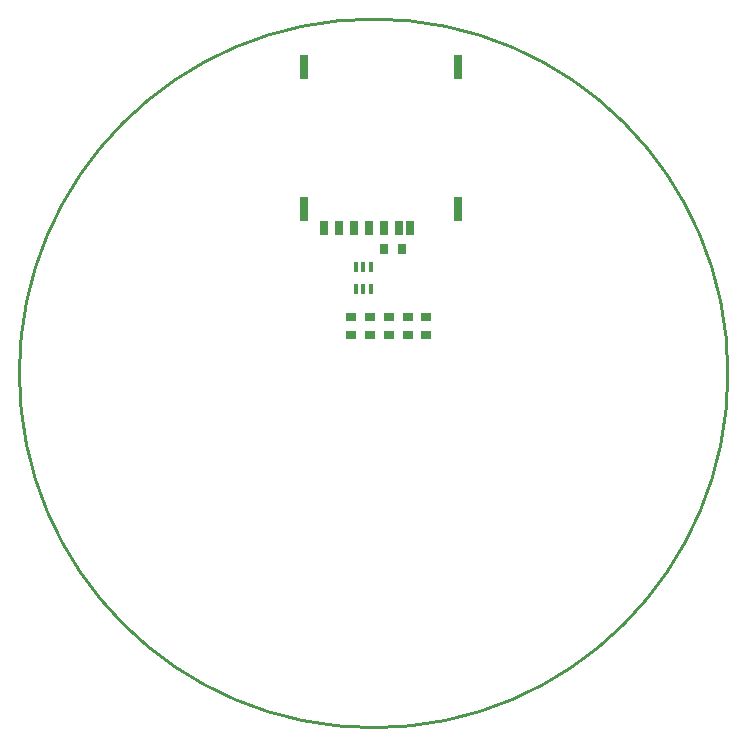
<source format=gbp>
%FSLAX25Y25*%
%MOIN*%
G70*
G01*
G75*
G04 Layer_Color=128*
%ADD10C,0.02500*%
%ADD11R,0.11811X0.08661*%
%ADD12R,0.03347X0.02756*%
%ADD13R,0.02756X0.03347*%
%ADD14O,0.03543X0.01969*%
%ADD15O,0.03543X0.01969*%
%ADD16R,0.03543X0.01969*%
%ADD17R,0.01969X0.03150*%
%ADD18R,0.02362X0.03937*%
%ADD19O,0.02500X0.05500*%
%ADD20R,0.02500X0.05500*%
%ADD21R,0.03150X0.01969*%
%ADD22R,0.08661X0.11811*%
%ADD23O,0.05500X0.02500*%
%ADD24R,0.05500X0.02500*%
%ADD25R,0.02165X0.01181*%
%ADD26R,0.03150X0.01181*%
%ADD27R,0.01181X0.02165*%
%ADD28R,0.01181X0.03150*%
%ADD29R,0.03937X0.02362*%
%ADD30O,0.02362X0.07087*%
%ADD31O,0.07087X0.02362*%
%ADD32R,0.07000X0.03150*%
%ADD33R,0.07874X0.06000*%
%ADD34R,0.03937X0.03150*%
G04:AMPARAMS|DCode=35|XSize=35.43mil|YSize=157.48mil|CornerRadius=1.77mil|HoleSize=0mil|Usage=FLASHONLY|Rotation=300.000|XOffset=0mil|YOffset=0mil|HoleType=Round|Shape=RoundedRectangle|*
%AMROUNDEDRECTD35*
21,1,0.03543,0.15394,0,0,300.0*
21,1,0.03189,0.15748,0,0,300.0*
1,1,0.00354,-0.05868,-0.05229*
1,1,0.00354,-0.07463,-0.02468*
1,1,0.00354,0.05868,0.05229*
1,1,0.00354,0.07463,0.02468*
%
%ADD35ROUNDEDRECTD35*%
%ADD36C,0.02000*%
%ADD37C,0.07000*%
%ADD38C,0.00800*%
%ADD39C,0.01000*%
%ADD40C,0.04000*%
%ADD41C,0.05000*%
%ADD42C,0.03000*%
%ADD43R,0.07874X0.11811*%
%ADD44O,0.07874X0.11811*%
%ADD45R,0.05906X0.05906*%
%ADD46C,0.05906*%
%ADD47R,0.05906X0.05906*%
%ADD48C,0.06000*%
G04:AMPARAMS|DCode=49|XSize=51.18mil|YSize=173.23mil|CornerRadius=2.56mil|HoleSize=0mil|Usage=FLASHONLY|Rotation=300.000|XOffset=0mil|YOffset=0mil|HoleType=Round|Shape=RoundedRectangle|*
%AMROUNDEDRECTD49*
21,1,0.05118,0.16811,0,0,300.0*
21,1,0.04606,0.17323,0,0,300.0*
1,1,0.00512,-0.06128,-0.06197*
1,1,0.00512,-0.08431,-0.02208*
1,1,0.00512,0.06128,0.06197*
1,1,0.00512,0.08431,0.02208*
%
%ADD49ROUNDEDRECTD49*%
%ADD50C,0.03000*%
%ADD51C,0.02000*%
%ADD52C,0.05000*%
%ADD53R,0.01575X0.03347*%
%ADD54R,0.02756X0.08268*%
%ADD55R,0.02559X0.04843*%
%ADD56C,0.00500*%
%ADD57C,0.00787*%
%ADD58R,0.11811X0.01575*%
%ADD59R,0.01575X0.11811*%
%ADD60R,0.12611X0.09461*%
%ADD61R,0.04147X0.03556*%
%ADD62R,0.03556X0.04147*%
%ADD63O,0.04343X0.02769*%
%ADD64O,0.04343X0.02769*%
%ADD65R,0.04343X0.02769*%
%ADD66R,0.02769X0.03950*%
%ADD67R,0.03162X0.04737*%
%ADD68O,0.03300X0.06300*%
%ADD69R,0.03300X0.06300*%
%ADD70R,0.03950X0.02769*%
%ADD71R,0.09461X0.12611*%
%ADD72O,0.06300X0.03300*%
%ADD73R,0.06300X0.03300*%
%ADD74R,0.02965X0.01981*%
%ADD75R,0.03950X0.01981*%
%ADD76R,0.01981X0.02965*%
%ADD77R,0.01981X0.03950*%
%ADD78R,0.04737X0.03162*%
%ADD79O,0.03162X0.07887*%
%ADD80O,0.07887X0.03162*%
%ADD81R,0.07800X0.03950*%
%ADD82R,0.08674X0.06800*%
%ADD83R,0.04737X0.03950*%
G04:AMPARAMS|DCode=84|XSize=39.37mil|YSize=161.42mil|CornerRadius=1.97mil|HoleSize=0mil|Usage=FLASHONLY|Rotation=300.000|XOffset=0mil|YOffset=0mil|HoleType=Round|Shape=RoundedRectangle|*
%AMROUNDEDRECTD84*
21,1,0.03937,0.15748,0,0,300.0*
21,1,0.03543,0.16142,0,0,300.0*
1,1,0.00394,-0.05933,-0.05471*
1,1,0.00394,-0.07705,-0.02403*
1,1,0.00394,0.05933,0.05471*
1,1,0.00394,0.07705,0.02403*
%
%ADD84ROUNDEDRECTD84*%
%ADD85R,0.08674X0.12611*%
%ADD86O,0.08674X0.12611*%
%ADD87R,0.06706X0.06706*%
%ADD88C,0.06706*%
%ADD89R,0.06706X0.06706*%
%ADD90C,0.06800*%
G04:AMPARAMS|DCode=91|XSize=55.12mil|YSize=177.16mil|CornerRadius=2.76mil|HoleSize=0mil|Usage=FLASHONLY|Rotation=300.000|XOffset=0mil|YOffset=0mil|HoleType=Round|Shape=RoundedRectangle|*
%AMROUNDEDRECTD91*
21,1,0.05512,0.17165,0,0,300.0*
21,1,0.04961,0.17716,0,0,300.0*
1,1,0.00551,-0.06193,-0.06439*
1,1,0.00551,-0.08673,-0.02143*
1,1,0.00551,0.06193,0.06439*
1,1,0.00551,0.08673,0.02143*
%
%ADD91ROUNDEDRECTD91*%
%ADD92R,0.02375X0.04147*%
%ADD93R,0.03556X0.09068*%
%ADD94R,0.03359X0.05643*%
D12*
X450300Y281300D02*
D03*
Y287206D02*
D03*
X431500Y281294D02*
D03*
Y287200D02*
D03*
X437750Y281294D02*
D03*
Y287200D02*
D03*
X444000Y281294D02*
D03*
Y287200D02*
D03*
X456500Y281294D02*
D03*
Y287200D02*
D03*
D13*
X448300Y309900D02*
D03*
X442394D02*
D03*
D39*
X557110Y268500D02*
G03*
X557110Y268500I-118110J0D01*
G01*
D53*
X438159Y303842D02*
D03*
Y296558D02*
D03*
X435600D02*
D03*
X433041Y303842D02*
D03*
X435600D02*
D03*
X433041Y296558D02*
D03*
D54*
X467027Y370602D02*
D03*
Y323358D02*
D03*
X415885Y370602D02*
D03*
Y323358D02*
D03*
D55*
X442460Y317000D02*
D03*
X437460D02*
D03*
X432460D02*
D03*
X427460D02*
D03*
X422460D02*
D03*
X447460D02*
D03*
X451200D02*
D03*
M02*

</source>
